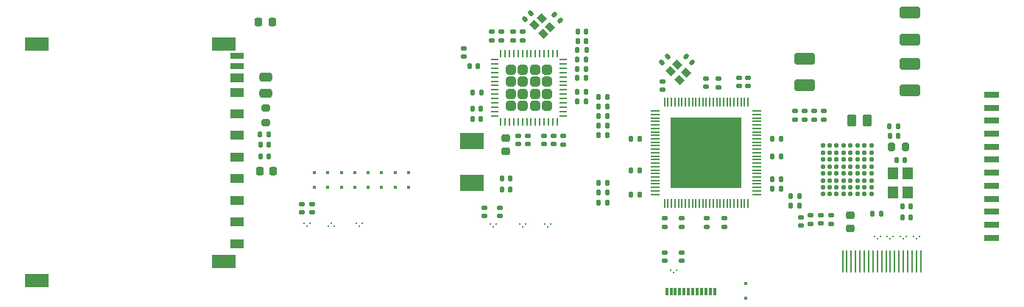
<source format=gbr>
G04 #@! TF.GenerationSoftware,KiCad,Pcbnew,(6.0.7)*
G04 #@! TF.CreationDate,2022-10-31T13:42:49+03:00*
G04 #@! TF.ProjectId,USB_HUB_ADAPTER,5553425f-4855-4425-9f41-444150544552,rev?*
G04 #@! TF.SameCoordinates,Original*
G04 #@! TF.FileFunction,Paste,Top*
G04 #@! TF.FilePolarity,Positive*
%FSLAX46Y46*%
G04 Gerber Fmt 4.6, Leading zero omitted, Abs format (unit mm)*
G04 Created by KiCad (PCBNEW (6.0.7)) date 2022-10-31 13:42:49*
%MOMM*%
%LPD*%
G01*
G04 APERTURE LIST*
G04 Aperture macros list*
%AMRoundRect*
0 Rectangle with rounded corners*
0 $1 Rounding radius*
0 $2 $3 $4 $5 $6 $7 $8 $9 X,Y pos of 4 corners*
0 Add a 4 corners polygon primitive as box body*
4,1,4,$2,$3,$4,$5,$6,$7,$8,$9,$2,$3,0*
0 Add four circle primitives for the rounded corners*
1,1,$1+$1,$2,$3*
1,1,$1+$1,$4,$5*
1,1,$1+$1,$6,$7*
1,1,$1+$1,$8,$9*
0 Add four rect primitives between the rounded corners*
20,1,$1+$1,$2,$3,$4,$5,0*
20,1,$1+$1,$4,$5,$6,$7,0*
20,1,$1+$1,$6,$7,$8,$9,0*
20,1,$1+$1,$8,$9,$2,$3,0*%
%AMRotRect*
0 Rectangle, with rotation*
0 The origin of the aperture is its center*
0 $1 length*
0 $2 width*
0 $3 Rotation angle, in degrees counterclockwise*
0 Add horizontal line*
21,1,$1,$2,0,0,$3*%
G04 Aperture macros list end*
%ADD10RoundRect,0.140000X0.170000X-0.140000X0.170000X0.140000X-0.170000X0.140000X-0.170000X-0.140000X0*%
%ADD11RoundRect,0.140000X0.140000X0.170000X-0.140000X0.170000X-0.140000X-0.170000X0.140000X-0.170000X0*%
%ADD12RoundRect,0.140000X-0.140000X-0.170000X0.140000X-0.170000X0.140000X0.170000X-0.140000X0.170000X0*%
%ADD13RoundRect,0.250000X-0.925000X0.412500X-0.925000X-0.412500X0.925000X-0.412500X0.925000X0.412500X0*%
%ADD14RoundRect,0.225000X0.225000X0.250000X-0.225000X0.250000X-0.225000X-0.250000X0.225000X-0.250000X0*%
%ADD15RoundRect,0.135000X0.185000X-0.135000X0.185000X0.135000X-0.185000X0.135000X-0.185000X-0.135000X0*%
%ADD16RoundRect,0.140000X0.021213X-0.219203X0.219203X-0.021213X-0.021213X0.219203X-0.219203X0.021213X0*%
%ADD17RoundRect,0.140000X-0.170000X0.140000X-0.170000X-0.140000X0.170000X-0.140000X0.170000X0.140000X0*%
%ADD18RoundRect,0.147500X0.172500X-0.147500X0.172500X0.147500X-0.172500X0.147500X-0.172500X-0.147500X0*%
%ADD19R,0.200000X0.200000*%
%ADD20RoundRect,0.140000X0.219203X0.021213X0.021213X0.219203X-0.219203X-0.021213X-0.021213X-0.219203X0*%
%ADD21R,1.800000X0.800000*%
%ADD22RotRect,0.900000X0.800000X135.000000*%
%ADD23R,0.350000X0.400000*%
%ADD24RoundRect,0.135000X0.135000X0.185000X-0.135000X0.185000X-0.135000X-0.185000X0.135000X-0.185000X0*%
%ADD25RoundRect,0.250000X-0.262500X-0.450000X0.262500X-0.450000X0.262500X0.450000X-0.262500X0.450000X0*%
%ADD26RotRect,0.900000X0.800000X315.000000*%
%ADD27RoundRect,0.250000X0.475000X-0.250000X0.475000X0.250000X-0.475000X0.250000X-0.475000X-0.250000X0*%
%ADD28RoundRect,0.147500X-0.147500X-0.172500X0.147500X-0.172500X0.147500X0.172500X-0.147500X0.172500X0*%
%ADD29RoundRect,0.200000X-0.200000X-0.275000X0.200000X-0.275000X0.200000X0.275000X-0.200000X0.275000X0*%
%ADD30R,2.790000X1.905000*%
%ADD31R,0.300000X0.900000*%
%ADD32RoundRect,0.200000X-0.275000X0.200000X-0.275000X-0.200000X0.275000X-0.200000X0.275000X0.200000X0*%
%ADD33RoundRect,0.135000X-0.135000X-0.185000X0.135000X-0.185000X0.135000X0.185000X-0.135000X0.185000X0*%
%ADD34RoundRect,0.250000X0.925000X-0.412500X0.925000X0.412500X-0.925000X0.412500X-0.925000X-0.412500X0*%
%ADD35R,1.200000X1.400000*%
%ADD36R,1.500000X1.000000*%
%ADD37R,1.500000X0.700000*%
%ADD38R,2.800000X1.500000*%
%ADD39RoundRect,0.225000X-0.250000X0.225000X-0.250000X-0.225000X0.250000X-0.225000X0.250000X0.225000X0*%
%ADD40R,1.050000X0.200000*%
%ADD41R,0.200000X1.050000*%
%ADD42R,8.100000X8.100000*%
%ADD43RoundRect,0.218750X-0.256250X0.218750X-0.256250X-0.218750X0.256250X-0.218750X0.256250X0.218750X0*%
%ADD44RoundRect,0.062500X-0.062500X-0.375000X0.062500X-0.375000X0.062500X0.375000X-0.062500X0.375000X0*%
%ADD45RoundRect,0.062500X-0.375000X-0.062500X0.375000X-0.062500X0.375000X0.062500X-0.375000X0.062500X0*%
%ADD46RoundRect,0.250000X-0.315000X-0.315000X0.315000X-0.315000X0.315000X0.315000X-0.315000X0.315000X0*%
%ADD47C,0.550000*%
%ADD48R,0.280000X2.600000*%
%ADD49RoundRect,0.225000X-0.225000X-0.250000X0.225000X-0.250000X0.225000X0.250000X-0.225000X0.250000X0*%
G04 APERTURE END LIST*
D10*
X178400000Y-87630000D03*
X178400000Y-86670000D03*
D11*
X169330000Y-100000000D03*
X168370000Y-100000000D03*
D12*
X163180000Y-82300000D03*
X162220000Y-82300000D03*
D13*
X200400000Y-88025000D03*
X200400000Y-84950000D03*
D10*
X152325000Y-81270000D03*
X152325000Y-82230000D03*
D14*
X127064750Y-80100000D03*
X125514750Y-80100000D03*
D15*
X191337500Y-103397500D03*
X191337500Y-102377500D03*
D12*
X163150000Y-88200000D03*
X162190000Y-88200000D03*
D16*
X171896178Y-84800000D03*
X172575000Y-84121178D03*
D10*
X181825000Y-87530000D03*
X181825000Y-86570000D03*
D12*
X164645000Y-89900000D03*
X165605000Y-89900000D03*
X199545000Y-102650000D03*
X200505000Y-102650000D03*
D10*
X131700000Y-102080000D03*
X131700000Y-101120000D03*
D17*
X155350000Y-94230000D03*
X155350000Y-93270000D03*
D18*
X190187500Y-103355000D03*
X190187500Y-102385000D03*
D19*
X136710000Y-103350000D03*
X137390000Y-103350000D03*
X137050000Y-103650000D03*
D20*
X159510589Y-79260589D03*
X160189411Y-79939411D03*
D21*
X209822875Y-93000000D03*
D22*
X158256066Y-81483883D03*
X157266117Y-80493934D03*
X158043934Y-79716117D03*
X159033883Y-80706066D03*
D20*
X175389411Y-84814411D03*
X174710589Y-84135589D03*
D19*
X158725000Y-103750000D03*
X159065000Y-103450000D03*
X158385000Y-103450000D03*
D10*
X171975000Y-87930000D03*
X171975000Y-86970000D03*
D15*
X188300000Y-91400000D03*
X188300000Y-90380000D03*
D17*
X174200000Y-102770000D03*
X174200000Y-103730000D03*
D21*
X209822875Y-90000000D03*
D11*
X199855000Y-96025000D03*
X198895000Y-96025000D03*
D23*
X181550000Y-111940000D03*
X181550000Y-110240000D03*
D24*
X162140000Y-85530000D03*
X163160000Y-85530000D03*
D17*
X172200000Y-102770000D03*
X172200000Y-103730000D03*
D10*
X180775000Y-87530000D03*
X180775000Y-86570000D03*
X176925000Y-87580000D03*
X176925000Y-86620000D03*
D25*
X193712500Y-91500000D03*
X195537500Y-91500000D03*
D15*
X188950000Y-103385000D03*
X188950000Y-102365000D03*
D17*
X156450000Y-94230000D03*
X156450000Y-93270000D03*
D19*
X152525000Y-103750000D03*
X152865000Y-103450000D03*
X152185000Y-103450000D03*
D26*
X172891117Y-85793934D03*
X173881066Y-86783883D03*
X174658883Y-86006066D03*
X173668934Y-85016117D03*
D12*
X198110000Y-93220000D03*
X199070000Y-93220000D03*
D27*
X126315000Y-88350000D03*
X126315000Y-86450000D03*
D10*
X153225000Y-102505000D03*
X153225000Y-101545000D03*
D24*
X126710000Y-93100000D03*
X125690000Y-93100000D03*
D28*
X186715000Y-100200000D03*
X187685000Y-100200000D03*
D21*
X209822875Y-96000000D03*
D23*
X142765000Y-99200000D03*
X142765000Y-97500000D03*
D29*
X198295000Y-94510000D03*
X199945000Y-94510000D03*
D21*
X209822875Y-97500000D03*
X209822875Y-100500000D03*
D15*
X187175000Y-91400000D03*
X187175000Y-90380000D03*
D24*
X165585000Y-98650000D03*
X164565000Y-98650000D03*
D12*
X154480000Y-98190000D03*
X153520000Y-98190000D03*
X125720000Y-95600000D03*
X126680000Y-95600000D03*
D11*
X150085000Y-91270000D03*
X151045000Y-91270000D03*
D30*
X150010000Y-98681000D03*
X150010000Y-93830000D03*
D12*
X184620000Y-93610000D03*
X185580000Y-93610000D03*
X125720000Y-94300000D03*
X126680000Y-94300000D03*
D11*
X162220000Y-81250000D03*
X163180000Y-81250000D03*
D12*
X154480000Y-99450000D03*
X153520000Y-99450000D03*
D15*
X153425000Y-81240000D03*
X153425000Y-82260000D03*
D31*
X172450000Y-111190000D03*
X172950000Y-111190000D03*
X173450000Y-111190000D03*
X173950000Y-111190000D03*
X174450000Y-111190000D03*
X174950000Y-111190000D03*
X175450000Y-111190000D03*
X175950000Y-111190000D03*
X176450000Y-111190000D03*
X176950000Y-111190000D03*
X177450000Y-111190000D03*
X177950000Y-111190000D03*
D32*
X126315000Y-90075000D03*
X126315000Y-91725000D03*
D10*
X174150000Y-107655000D03*
X174150000Y-106695000D03*
D19*
X131050000Y-103650000D03*
X131390000Y-103350000D03*
X130710000Y-103350000D03*
X155850000Y-103750000D03*
X156190000Y-103450000D03*
X155510000Y-103450000D03*
D23*
X141215000Y-99200000D03*
X141215000Y-97500000D03*
D19*
X198155000Y-105125000D03*
X198495000Y-104825000D03*
X197815000Y-104825000D03*
D33*
X186690000Y-101300000D03*
X187710000Y-101300000D03*
D10*
X130500000Y-102080000D03*
X130500000Y-101120000D03*
D12*
X163130000Y-84450000D03*
X162170000Y-84450000D03*
D34*
X188290000Y-84330000D03*
X188290000Y-87405000D03*
D10*
X151475000Y-102505000D03*
X151475000Y-101545000D03*
D35*
X200145000Y-99775000D03*
X200145000Y-97575000D03*
X198445000Y-97575000D03*
X198445000Y-99775000D03*
D34*
X200400000Y-79050000D03*
X200400000Y-82125000D03*
D11*
X169330000Y-93600000D03*
X168370000Y-93600000D03*
D24*
X162145000Y-86610000D03*
X163165000Y-86610000D03*
X162190000Y-83350000D03*
X163210000Y-83350000D03*
D19*
X201155000Y-105125000D03*
X201495000Y-104825000D03*
X200815000Y-104825000D03*
D11*
X149770000Y-85200000D03*
X150730000Y-85200000D03*
D12*
X196120000Y-102200000D03*
X197080000Y-102200000D03*
D11*
X169330000Y-97200000D03*
X168370000Y-97200000D03*
D21*
X209822875Y-91500000D03*
D23*
X135015000Y-99150000D03*
X135015000Y-97450000D03*
D36*
X123075000Y-103175000D03*
X123075000Y-100675000D03*
X123075000Y-98175000D03*
X123075000Y-95675000D03*
X123075000Y-93175000D03*
X123075000Y-90675000D03*
X123075000Y-88250000D03*
X123075000Y-86550000D03*
X123075000Y-105675000D03*
D37*
X123075000Y-85250000D03*
X123075000Y-84050000D03*
D38*
X121475000Y-107751000D03*
X121475000Y-82650000D03*
X99975000Y-82650000D03*
X99975000Y-109950000D03*
D15*
X190520000Y-91400000D03*
X190520000Y-90380000D03*
D39*
X153950000Y-95075000D03*
X153950000Y-93525000D03*
D19*
X199655000Y-105125000D03*
X199995000Y-104825000D03*
X199315000Y-104825000D03*
D23*
X131915000Y-99150000D03*
X131915000Y-97450000D03*
D24*
X165635000Y-93150000D03*
X164615000Y-93150000D03*
D21*
X209822875Y-102000000D03*
D10*
X149100000Y-83170000D03*
X149100000Y-84130000D03*
D24*
X165585000Y-99800000D03*
X164565000Y-99800000D03*
D17*
X179075000Y-102770000D03*
X179075000Y-103730000D03*
D12*
X184620000Y-98250000D03*
X185580000Y-98250000D03*
D11*
X150145000Y-88300000D03*
X151105000Y-88300000D03*
D21*
X209822875Y-105000000D03*
D19*
X173250000Y-109025000D03*
X173590000Y-108725000D03*
X172910000Y-108725000D03*
D40*
X171150000Y-90400000D03*
X171150000Y-90800000D03*
X171150000Y-91200000D03*
X171150000Y-91600000D03*
X171150000Y-92000000D03*
X171150000Y-92400000D03*
X171150000Y-92800000D03*
X171150000Y-93200000D03*
X171150000Y-93600000D03*
X171150000Y-94000000D03*
X171150000Y-94400000D03*
X171150000Y-94800000D03*
X171150000Y-95200000D03*
X171150000Y-95600000D03*
X171150000Y-96000000D03*
X171150000Y-96400000D03*
X171150000Y-96800000D03*
X171150000Y-97200000D03*
X171150000Y-97600000D03*
X171150000Y-98000000D03*
X171150000Y-98400000D03*
X171150000Y-98800000D03*
X171150000Y-99200000D03*
X171150000Y-99600000D03*
X171150000Y-100000000D03*
D41*
X172200000Y-101050000D03*
X172600000Y-101050000D03*
X173000000Y-101050000D03*
X173400000Y-101050000D03*
X173800000Y-101050000D03*
X174200000Y-101050000D03*
X174600000Y-101050000D03*
X175000000Y-101050000D03*
X175400000Y-101050000D03*
X175800000Y-101050000D03*
X176200000Y-101050000D03*
X176600000Y-101050000D03*
X177000000Y-101050000D03*
X177400000Y-101050000D03*
X177800000Y-101050000D03*
X178200000Y-101050000D03*
X178600000Y-101050000D03*
X179000000Y-101050000D03*
X179400000Y-101050000D03*
X179800000Y-101050000D03*
X180200000Y-101050000D03*
X180600000Y-101050000D03*
X181000000Y-101050000D03*
X181400000Y-101050000D03*
X181800000Y-101050000D03*
D40*
X182850000Y-100000000D03*
X182850000Y-99600000D03*
X182850000Y-99200000D03*
X182850000Y-98800000D03*
X182850000Y-98400000D03*
X182850000Y-98000000D03*
X182850000Y-97600000D03*
X182850000Y-97200000D03*
X182850000Y-96800000D03*
X182850000Y-96400000D03*
X182850000Y-96000000D03*
X182850000Y-95600000D03*
X182850000Y-95200000D03*
X182850000Y-94800000D03*
X182850000Y-94400000D03*
X182850000Y-94000000D03*
X182850000Y-93600000D03*
X182850000Y-93200000D03*
X182850000Y-92800000D03*
X182850000Y-92400000D03*
X182850000Y-92000000D03*
X182850000Y-91600000D03*
X182850000Y-91200000D03*
X182850000Y-90800000D03*
X182850000Y-90400000D03*
D41*
X181800000Y-89350000D03*
X181400000Y-89350000D03*
X181000000Y-89350000D03*
X180600000Y-89350000D03*
X180200000Y-89350000D03*
X179800000Y-89350000D03*
X179400000Y-89350000D03*
X179000000Y-89350000D03*
X178600000Y-89350000D03*
X178200000Y-89350000D03*
X177800000Y-89350000D03*
X177400000Y-89350000D03*
X177000000Y-89350000D03*
X176600000Y-89350000D03*
X176200000Y-89350000D03*
X175800000Y-89350000D03*
X175400000Y-89350000D03*
X175000000Y-89350000D03*
X174600000Y-89350000D03*
X174200000Y-89350000D03*
X173800000Y-89350000D03*
X173400000Y-89350000D03*
X173000000Y-89350000D03*
X172600000Y-89350000D03*
X172200000Y-89350000D03*
D42*
X177000000Y-95200000D03*
D43*
X193595000Y-102387500D03*
X193595000Y-103962500D03*
D19*
X196315000Y-104825000D03*
X196995000Y-104825000D03*
X196655000Y-105125000D03*
D44*
X153350000Y-83762500D03*
X153850000Y-83762500D03*
X154350000Y-83762500D03*
X154850000Y-83762500D03*
X155350000Y-83762500D03*
X155850000Y-83762500D03*
X156350000Y-83762500D03*
X156850000Y-83762500D03*
X157350000Y-83762500D03*
X157850000Y-83762500D03*
X158350000Y-83762500D03*
X158850000Y-83762500D03*
X159350000Y-83762500D03*
X159850000Y-83762500D03*
D45*
X160537500Y-84450000D03*
X160537500Y-84950000D03*
X160537500Y-85450000D03*
X160537500Y-85950000D03*
X160537500Y-86450000D03*
X160537500Y-86950000D03*
X160537500Y-87450000D03*
X160537500Y-87950000D03*
X160537500Y-88450000D03*
X160537500Y-88950000D03*
X160537500Y-89450000D03*
X160537500Y-89950000D03*
X160537500Y-90450000D03*
X160537500Y-90950000D03*
D44*
X159850000Y-91637500D03*
X159350000Y-91637500D03*
X158850000Y-91637500D03*
X158350000Y-91637500D03*
X157850000Y-91637500D03*
X157350000Y-91637500D03*
X156850000Y-91637500D03*
X156350000Y-91637500D03*
X155850000Y-91637500D03*
X155350000Y-91637500D03*
X154850000Y-91637500D03*
X154350000Y-91637500D03*
X153850000Y-91637500D03*
X153350000Y-91637500D03*
D45*
X152662500Y-90950000D03*
X152662500Y-90450000D03*
X152662500Y-89950000D03*
X152662500Y-89450000D03*
X152662500Y-88950000D03*
X152662500Y-88450000D03*
X152662500Y-87950000D03*
X152662500Y-87450000D03*
X152662500Y-86950000D03*
X152662500Y-86450000D03*
X152662500Y-85950000D03*
X152662500Y-85450000D03*
X152662500Y-84950000D03*
X152662500Y-84450000D03*
D46*
X155900000Y-85600000D03*
X157300000Y-88400000D03*
X154500000Y-85600000D03*
X154500000Y-87000000D03*
X157300000Y-85600000D03*
X158700000Y-85600000D03*
X155900000Y-87000000D03*
X157300000Y-87000000D03*
X157300000Y-89800000D03*
X154500000Y-88400000D03*
X155900000Y-88400000D03*
X158700000Y-89800000D03*
X154500000Y-89800000D03*
X155900000Y-89800000D03*
X158700000Y-88400000D03*
X158700000Y-87000000D03*
D23*
X139665000Y-99200000D03*
X139665000Y-97500000D03*
D24*
X165635000Y-92050000D03*
X164615000Y-92050000D03*
X165585000Y-100950000D03*
X164565000Y-100950000D03*
D12*
X163150000Y-89250000D03*
X162190000Y-89250000D03*
D21*
X209822875Y-99000000D03*
X209822875Y-103500000D03*
D10*
X154825000Y-81270000D03*
X154825000Y-82230000D03*
D47*
X190387500Y-94380000D03*
X191187500Y-94380000D03*
X191987500Y-94380000D03*
X192787500Y-94380000D03*
X193587500Y-94380000D03*
X194387500Y-94380000D03*
X195187500Y-94380000D03*
X195987500Y-94380000D03*
X190387500Y-95180000D03*
X191187500Y-95180000D03*
X191987500Y-95180000D03*
X192787500Y-95180000D03*
X193587500Y-95180000D03*
X194387500Y-95180000D03*
X195187500Y-95180000D03*
X195987500Y-95180000D03*
X190387500Y-95980000D03*
X191187500Y-95980000D03*
X191987500Y-95980000D03*
X192787500Y-95980000D03*
X193587500Y-95980000D03*
X194387500Y-95980000D03*
X195187500Y-95980000D03*
X195987500Y-95980000D03*
X190387500Y-96780000D03*
X191187500Y-96780000D03*
X191987500Y-96780000D03*
X192787500Y-96780000D03*
X193587500Y-96780000D03*
X194387500Y-96780000D03*
X195187500Y-96780000D03*
X195987500Y-96780000D03*
X190387500Y-97580000D03*
X191187500Y-97580000D03*
X191987500Y-97580000D03*
X192787500Y-97580000D03*
X193587500Y-97580000D03*
X194387500Y-97580000D03*
X195187500Y-97580000D03*
X195987500Y-97580000D03*
X190387500Y-98380000D03*
X191187500Y-98380000D03*
X191987500Y-98380000D03*
X192787500Y-98380000D03*
X193587500Y-98380000D03*
X194387500Y-98380000D03*
X195187500Y-98380000D03*
X195987500Y-98380000D03*
X190387500Y-99180000D03*
X191187500Y-99180000D03*
X191987500Y-99180000D03*
X192787500Y-99180000D03*
X193587500Y-99180000D03*
X194387500Y-99180000D03*
X195187500Y-99180000D03*
X195987500Y-99180000D03*
X190387500Y-99980000D03*
X191187500Y-99980000D03*
X191987500Y-99980000D03*
X192787500Y-99980000D03*
X193587500Y-99980000D03*
X194387500Y-99980000D03*
X195187500Y-99980000D03*
X195987500Y-99980000D03*
D17*
X159450000Y-94230000D03*
X159450000Y-93270000D03*
D48*
X201672500Y-107715000D03*
X201172500Y-107715000D03*
X200672500Y-107715000D03*
X200172500Y-107715000D03*
X199672500Y-107715000D03*
X199172500Y-107715000D03*
X198672500Y-107715000D03*
X198172500Y-107715000D03*
X197672500Y-107715000D03*
X197172500Y-107715000D03*
X196672500Y-107715000D03*
X196172500Y-107715000D03*
X195672500Y-107715000D03*
X195172500Y-107715000D03*
X194672500Y-107715000D03*
X194172500Y-107715000D03*
X193672500Y-107715000D03*
X193172500Y-107715000D03*
X192672500Y-107715000D03*
D21*
X209822875Y-94500000D03*
D12*
X184620000Y-99350000D03*
X185580000Y-99350000D03*
D18*
X187925000Y-103610000D03*
X187925000Y-102640000D03*
D15*
X189400000Y-91400000D03*
X189400000Y-90380000D03*
D21*
X209822875Y-88500000D03*
D12*
X151045000Y-90160000D03*
X150085000Y-90160000D03*
X184620000Y-95600000D03*
X185580000Y-95600000D03*
D24*
X165635000Y-88800000D03*
X164615000Y-88800000D03*
D10*
X155925000Y-81270000D03*
X155925000Y-82230000D03*
D12*
X199545000Y-101415000D03*
X200505000Y-101415000D03*
D10*
X172200000Y-107655000D03*
X172200000Y-106695000D03*
D23*
X133465000Y-99150000D03*
X133465000Y-97450000D03*
D49*
X125625000Y-97300000D03*
X127175000Y-97300000D03*
D16*
X156839411Y-79110589D03*
X156160589Y-79789411D03*
D23*
X136565000Y-99200000D03*
X136565000Y-97500000D03*
D24*
X199090000Y-92120000D03*
X198070000Y-92120000D03*
X165635000Y-91000000D03*
X164615000Y-91000000D03*
D17*
X158350000Y-94230000D03*
X158350000Y-93270000D03*
X177075000Y-102770000D03*
X177075000Y-103730000D03*
D23*
X138115000Y-99200000D03*
X138115000Y-97500000D03*
D15*
X160550000Y-93250000D03*
X160550000Y-94270000D03*
D19*
X133850000Y-103350000D03*
X133510000Y-103650000D03*
X134190000Y-103650000D03*
M02*

</source>
